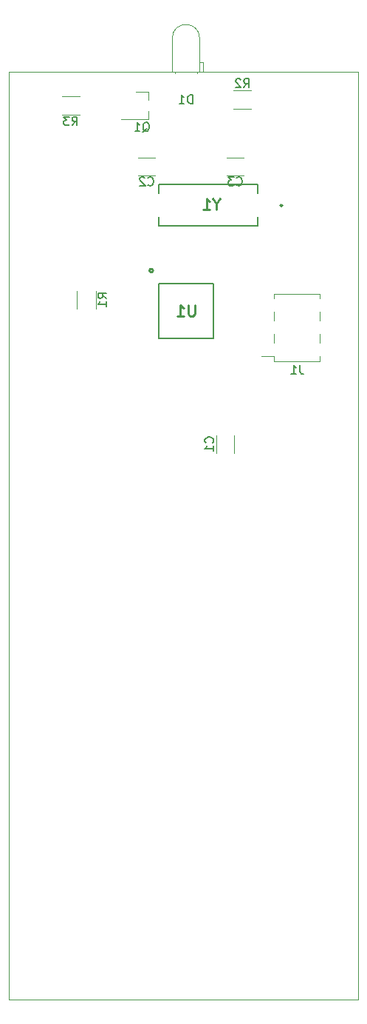
<source format=gbr>
G04 #@! TF.GenerationSoftware,KiCad,Pcbnew,(5.1.0)-1*
G04 #@! TF.CreationDate,2019-03-25T17:59:43+01:00*
G04 #@! TF.ProjectId,jvc_remote,6a76635f-7265-46d6-9f74-652e6b696361,rev?*
G04 #@! TF.SameCoordinates,Original*
G04 #@! TF.FileFunction,Legend,Bot*
G04 #@! TF.FilePolarity,Positive*
%FSLAX46Y46*%
G04 Gerber Fmt 4.6, Leading zero omitted, Abs format (unit mm)*
G04 Created by KiCad (PCBNEW (5.1.0)-1) date 2019-03-25 17:59:43*
%MOMM*%
%LPD*%
G04 APERTURE LIST*
%ADD10C,0.050000*%
%ADD11C,0.254000*%
%ADD12C,0.200000*%
%ADD13C,0.120000*%
%ADD14C,0.150000*%
G04 APERTURE END LIST*
D10*
X76200000Y-139700000D02*
X76200000Y-33655000D01*
X116205000Y-139700000D02*
X76200000Y-139700000D01*
X116205000Y-33655000D02*
X116205000Y-139700000D01*
X76200000Y-33655000D02*
X116205000Y-33655000D01*
D11*
X92720000Y-56360000D02*
G75*
G03X92720000Y-56360000I-200000J0D01*
G01*
D12*
X99670000Y-57810000D02*
X93370000Y-57810000D01*
X99670000Y-64110000D02*
X99670000Y-57810000D01*
X93370000Y-64110000D02*
X99670000Y-64110000D01*
X93370000Y-57810000D02*
X93370000Y-64110000D01*
D13*
X92200000Y-35885000D02*
X90740000Y-35885000D01*
X92200000Y-39045000D02*
X89040000Y-39045000D01*
X92200000Y-39045000D02*
X92200000Y-38115000D01*
X92200000Y-35885000D02*
X92200000Y-36815000D01*
X106620000Y-66735000D02*
X111820000Y-66735000D01*
X106620000Y-58995000D02*
X111820000Y-58995000D01*
X105180000Y-66165000D02*
X106620000Y-66165000D01*
X106620000Y-66735000D02*
X106620000Y-66165000D01*
X111820000Y-66735000D02*
X111820000Y-66165000D01*
X106620000Y-59565000D02*
X106620000Y-58995000D01*
X111820000Y-59565000D02*
X111820000Y-58995000D01*
X106620000Y-64645000D02*
X106620000Y-63625000D01*
X111820000Y-64645000D02*
X111820000Y-63625000D01*
X106620000Y-62105000D02*
X106620000Y-61085000D01*
X111820000Y-62105000D02*
X111820000Y-61085000D01*
X99945000Y-77200000D02*
X99945000Y-75200000D01*
X101985000Y-75200000D02*
X101985000Y-77200000D01*
X92980000Y-45470000D02*
X90980000Y-45470000D01*
X90980000Y-43430000D02*
X92980000Y-43430000D01*
X101140000Y-43430000D02*
X103140000Y-43430000D01*
X103140000Y-45470000D02*
X101140000Y-45470000D01*
X98054600Y-29778800D02*
G75*
G03X94934600Y-29778800I-1560000J0D01*
G01*
X94934600Y-33638800D02*
X94934600Y-29778800D01*
X98054600Y-33638800D02*
X98054600Y-29778800D01*
X94934600Y-33638800D02*
X98054600Y-33638800D01*
X98454600Y-33638800D02*
X98454600Y-32518800D01*
X98454600Y-32518800D02*
X98054600Y-32518800D01*
X98054600Y-32518800D02*
X98054600Y-33638800D01*
X98054600Y-33638800D02*
X98454600Y-33638800D01*
X95224600Y-33768800D02*
X95224600Y-33638800D01*
X95224600Y-33638800D02*
X95224600Y-33638800D01*
X95224600Y-33638800D02*
X95224600Y-33768800D01*
X95224600Y-33768800D02*
X95224600Y-33768800D01*
X97764600Y-33768800D02*
X97764600Y-33638800D01*
X97764600Y-33638800D02*
X97764600Y-33638800D01*
X97764600Y-33638800D02*
X97764600Y-33768800D01*
X97764600Y-33768800D02*
X97764600Y-33768800D01*
X84020000Y-58690000D02*
X84020000Y-60690000D01*
X86160000Y-60690000D02*
X86160000Y-58690000D01*
X101965000Y-37900000D02*
X103965000Y-37900000D01*
X103965000Y-35760000D02*
X101965000Y-35760000D01*
X82280000Y-38535000D02*
X84280000Y-38535000D01*
X84280000Y-36395000D02*
X82280000Y-36395000D01*
D12*
X104760000Y-46545000D02*
X93360000Y-46545000D01*
X93360000Y-51245000D02*
X104760000Y-51245000D01*
X104760000Y-51245000D02*
X104760000Y-50259000D01*
X104760000Y-46545000D02*
X104760000Y-47531000D01*
X93360000Y-46545000D02*
X93360000Y-47531000D01*
X93360000Y-51245000D02*
X93360000Y-50259000D01*
D11*
X107524760Y-48917000D02*
G75*
G03X107524760Y-48917000I-92760J0D01*
G01*
X97487619Y-60264523D02*
X97487619Y-61292619D01*
X97427142Y-61413571D01*
X97366666Y-61474047D01*
X97245714Y-61534523D01*
X97003809Y-61534523D01*
X96882857Y-61474047D01*
X96822380Y-61413571D01*
X96761904Y-61292619D01*
X96761904Y-60264523D01*
X95491904Y-61534523D02*
X96217619Y-61534523D01*
X95854761Y-61534523D02*
X95854761Y-60264523D01*
X95975714Y-60445952D01*
X96096666Y-60566904D01*
X96217619Y-60627380D01*
D14*
X91535238Y-40512619D02*
X91630476Y-40465000D01*
X91725714Y-40369761D01*
X91868571Y-40226904D01*
X91963809Y-40179285D01*
X92059047Y-40179285D01*
X92011428Y-40417380D02*
X92106666Y-40369761D01*
X92201904Y-40274523D01*
X92249523Y-40084047D01*
X92249523Y-39750714D01*
X92201904Y-39560238D01*
X92106666Y-39465000D01*
X92011428Y-39417380D01*
X91820952Y-39417380D01*
X91725714Y-39465000D01*
X91630476Y-39560238D01*
X91582857Y-39750714D01*
X91582857Y-40084047D01*
X91630476Y-40274523D01*
X91725714Y-40369761D01*
X91820952Y-40417380D01*
X92011428Y-40417380D01*
X90630476Y-40417380D02*
X91201904Y-40417380D01*
X90916190Y-40417380D02*
X90916190Y-39417380D01*
X91011428Y-39560238D01*
X91106666Y-39655476D01*
X91201904Y-39703095D01*
X109553333Y-67187380D02*
X109553333Y-67901666D01*
X109600952Y-68044523D01*
X109696190Y-68139761D01*
X109839047Y-68187380D01*
X109934285Y-68187380D01*
X108553333Y-68187380D02*
X109124761Y-68187380D01*
X108839047Y-68187380D02*
X108839047Y-67187380D01*
X108934285Y-67330238D01*
X109029523Y-67425476D01*
X109124761Y-67473095D01*
X99572142Y-76033333D02*
X99619761Y-75985714D01*
X99667380Y-75842857D01*
X99667380Y-75747619D01*
X99619761Y-75604761D01*
X99524523Y-75509523D01*
X99429285Y-75461904D01*
X99238809Y-75414285D01*
X99095952Y-75414285D01*
X98905476Y-75461904D01*
X98810238Y-75509523D01*
X98715000Y-75604761D01*
X98667380Y-75747619D01*
X98667380Y-75842857D01*
X98715000Y-75985714D01*
X98762619Y-76033333D01*
X99667380Y-76985714D02*
X99667380Y-76414285D01*
X99667380Y-76700000D02*
X98667380Y-76700000D01*
X98810238Y-76604761D01*
X98905476Y-76509523D01*
X98953095Y-76414285D01*
X92146666Y-46557142D02*
X92194285Y-46604761D01*
X92337142Y-46652380D01*
X92432380Y-46652380D01*
X92575238Y-46604761D01*
X92670476Y-46509523D01*
X92718095Y-46414285D01*
X92765714Y-46223809D01*
X92765714Y-46080952D01*
X92718095Y-45890476D01*
X92670476Y-45795238D01*
X92575238Y-45700000D01*
X92432380Y-45652380D01*
X92337142Y-45652380D01*
X92194285Y-45700000D01*
X92146666Y-45747619D01*
X91765714Y-45747619D02*
X91718095Y-45700000D01*
X91622857Y-45652380D01*
X91384761Y-45652380D01*
X91289523Y-45700000D01*
X91241904Y-45747619D01*
X91194285Y-45842857D01*
X91194285Y-45938095D01*
X91241904Y-46080952D01*
X91813333Y-46652380D01*
X91194285Y-46652380D01*
X102306666Y-46557142D02*
X102354285Y-46604761D01*
X102497142Y-46652380D01*
X102592380Y-46652380D01*
X102735238Y-46604761D01*
X102830476Y-46509523D01*
X102878095Y-46414285D01*
X102925714Y-46223809D01*
X102925714Y-46080952D01*
X102878095Y-45890476D01*
X102830476Y-45795238D01*
X102735238Y-45700000D01*
X102592380Y-45652380D01*
X102497142Y-45652380D01*
X102354285Y-45700000D01*
X102306666Y-45747619D01*
X101973333Y-45652380D02*
X101354285Y-45652380D01*
X101687619Y-46033333D01*
X101544761Y-46033333D01*
X101449523Y-46080952D01*
X101401904Y-46128571D01*
X101354285Y-46223809D01*
X101354285Y-46461904D01*
X101401904Y-46557142D01*
X101449523Y-46604761D01*
X101544761Y-46652380D01*
X101830476Y-46652380D01*
X101925714Y-46604761D01*
X101973333Y-46557142D01*
X97232695Y-37261180D02*
X97232695Y-36261180D01*
X96994600Y-36261180D01*
X96851742Y-36308800D01*
X96756504Y-36404038D01*
X96708885Y-36499276D01*
X96661266Y-36689752D01*
X96661266Y-36832609D01*
X96708885Y-37023085D01*
X96756504Y-37118323D01*
X96851742Y-37213561D01*
X96994600Y-37261180D01*
X97232695Y-37261180D01*
X95708885Y-37261180D02*
X96280314Y-37261180D01*
X95994600Y-37261180D02*
X95994600Y-36261180D01*
X96089838Y-36404038D01*
X96185076Y-36499276D01*
X96280314Y-36546895D01*
X87392380Y-59523333D02*
X86916190Y-59190000D01*
X87392380Y-58951904D02*
X86392380Y-58951904D01*
X86392380Y-59332857D01*
X86440000Y-59428095D01*
X86487619Y-59475714D01*
X86582857Y-59523333D01*
X86725714Y-59523333D01*
X86820952Y-59475714D01*
X86868571Y-59428095D01*
X86916190Y-59332857D01*
X86916190Y-58951904D01*
X87392380Y-60475714D02*
X87392380Y-59904285D01*
X87392380Y-60190000D02*
X86392380Y-60190000D01*
X86535238Y-60094761D01*
X86630476Y-59999523D01*
X86678095Y-59904285D01*
X103131666Y-35432380D02*
X103465000Y-34956190D01*
X103703095Y-35432380D02*
X103703095Y-34432380D01*
X103322142Y-34432380D01*
X103226904Y-34480000D01*
X103179285Y-34527619D01*
X103131666Y-34622857D01*
X103131666Y-34765714D01*
X103179285Y-34860952D01*
X103226904Y-34908571D01*
X103322142Y-34956190D01*
X103703095Y-34956190D01*
X102750714Y-34527619D02*
X102703095Y-34480000D01*
X102607857Y-34432380D01*
X102369761Y-34432380D01*
X102274523Y-34480000D01*
X102226904Y-34527619D01*
X102179285Y-34622857D01*
X102179285Y-34718095D01*
X102226904Y-34860952D01*
X102798333Y-35432380D01*
X102179285Y-35432380D01*
X83446666Y-39767380D02*
X83780000Y-39291190D01*
X84018095Y-39767380D02*
X84018095Y-38767380D01*
X83637142Y-38767380D01*
X83541904Y-38815000D01*
X83494285Y-38862619D01*
X83446666Y-38957857D01*
X83446666Y-39100714D01*
X83494285Y-39195952D01*
X83541904Y-39243571D01*
X83637142Y-39291190D01*
X84018095Y-39291190D01*
X83113333Y-38767380D02*
X82494285Y-38767380D01*
X82827619Y-39148333D01*
X82684761Y-39148333D01*
X82589523Y-39195952D01*
X82541904Y-39243571D01*
X82494285Y-39338809D01*
X82494285Y-39576904D01*
X82541904Y-39672142D01*
X82589523Y-39719761D01*
X82684761Y-39767380D01*
X82970476Y-39767380D01*
X83065714Y-39719761D01*
X83113333Y-39672142D01*
D11*
X99990761Y-48745761D02*
X99990761Y-49350523D01*
X100414095Y-48080523D02*
X99990761Y-48745761D01*
X99567428Y-48080523D01*
X98478857Y-49350523D02*
X99204571Y-49350523D01*
X98841714Y-49350523D02*
X98841714Y-48080523D01*
X98962666Y-48261952D01*
X99083619Y-48382904D01*
X99204571Y-48443380D01*
M02*

</source>
